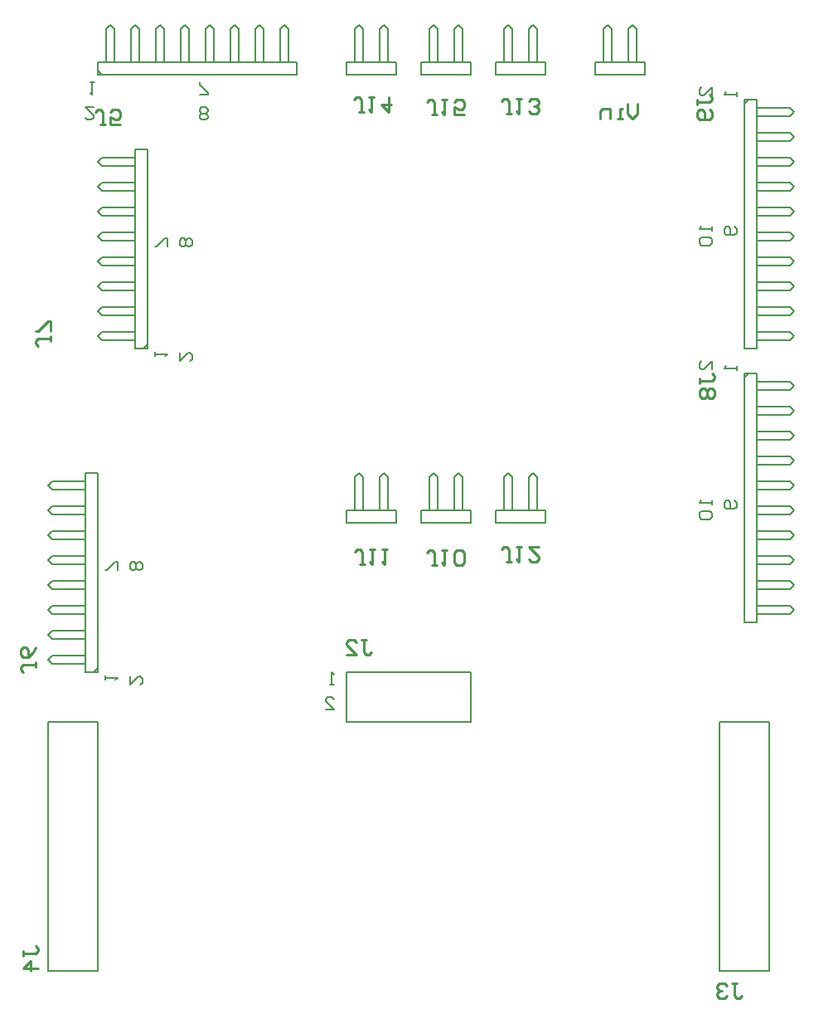
<source format=gbo>
G04 Layer_Color=32896*
%FSLAX44Y44*%
%MOMM*%
G71*
G01*
G75*
%ADD14C,0.2540*%
%ADD24C,0.2000*%
%ADD38C,0.2032*%
D14*
X1262385Y1221743D02*
Y1226822D01*
Y1224283D01*
X1275081D01*
X1277620Y1226822D01*
Y1229361D01*
X1275081Y1231900D01*
X1264924Y1216665D02*
X1262385Y1214126D01*
Y1209047D01*
X1264924Y1206508D01*
X1267463D01*
X1270003Y1209047D01*
X1272542Y1206508D01*
X1275081D01*
X1277620Y1209047D01*
Y1214126D01*
X1275081Y1216665D01*
X1272542D01*
X1270003Y1214126D01*
X1267463Y1216665D01*
X1264924D01*
X1270003Y1214126D02*
Y1209047D01*
X994407Y1036325D02*
X989328D01*
X991868D01*
Y1049021D01*
X989328Y1051560D01*
X986789D01*
X984250Y1049021D01*
X999485Y1051560D02*
X1004563D01*
X1002024D01*
Y1036325D01*
X999485Y1038864D01*
X1012181D02*
X1014720Y1036325D01*
X1019799D01*
X1022338Y1038864D01*
Y1049021D01*
X1019799Y1051560D01*
X1014720D01*
X1012181Y1049021D01*
Y1038864D01*
X920747Y1037595D02*
X915668D01*
X918207D01*
Y1050291D01*
X915668Y1052830D01*
X913129D01*
X910590Y1050291D01*
X925825Y1052830D02*
X930903D01*
X928364D01*
Y1037595D01*
X925825Y1040134D01*
X938521Y1052830D02*
X943599D01*
X941060D01*
Y1037595D01*
X938521Y1040134D01*
X1070607Y1040135D02*
X1065528D01*
X1068067D01*
Y1052831D01*
X1065528Y1055370D01*
X1062989D01*
X1060450Y1052831D01*
X1075685Y1055370D02*
X1080763D01*
X1078224D01*
Y1040135D01*
X1075685Y1042674D01*
X1098538Y1055370D02*
X1088381D01*
X1098538Y1045213D01*
Y1042674D01*
X1095999Y1040135D01*
X1090920D01*
X1088381Y1042674D01*
X1259845Y1506223D02*
Y1511302D01*
Y1508763D01*
X1272541D01*
X1275080Y1511302D01*
Y1513841D01*
X1272541Y1516380D01*
Y1501145D02*
X1275080Y1498606D01*
Y1493527D01*
X1272541Y1490988D01*
X1262384D01*
X1259845Y1493527D01*
Y1498606D01*
X1262384Y1501145D01*
X1264923D01*
X1267462Y1498606D01*
Y1490988D01*
X1070607Y1497335D02*
X1065528D01*
X1068067D01*
Y1510031D01*
X1065528Y1512570D01*
X1062989D01*
X1060450Y1510031D01*
X1075685Y1512570D02*
X1080763D01*
X1078224D01*
Y1497335D01*
X1075685Y1499874D01*
X1088381D02*
X1090920Y1497335D01*
X1095999D01*
X1098538Y1499874D01*
Y1502413D01*
X1095999Y1504953D01*
X1093459D01*
X1095999D01*
X1098538Y1507492D01*
Y1510031D01*
X1095999Y1512570D01*
X1090920D01*
X1088381Y1510031D01*
X919477Y1498605D02*
X914398D01*
X916937D01*
Y1511301D01*
X914398Y1513840D01*
X911859D01*
X909320Y1511301D01*
X924555Y1513840D02*
X929633D01*
X927094D01*
Y1498605D01*
X924555Y1501144D01*
X944868Y1513840D02*
Y1498605D01*
X937251Y1506223D01*
X947408D01*
X994407Y1496065D02*
X989328D01*
X991868D01*
Y1508761D01*
X989328Y1511300D01*
X986789D01*
X984250Y1508761D01*
X999485Y1511300D02*
X1004563D01*
X1002024D01*
Y1496065D01*
X999485Y1498604D01*
X1022338Y1496065D02*
X1012181D01*
Y1503683D01*
X1017259Y1501143D01*
X1019799D01*
X1022338Y1503683D01*
Y1508761D01*
X1019799Y1511300D01*
X1014720D01*
X1012181Y1508761D01*
X916943Y960115D02*
X922022D01*
X919482D01*
Y947419D01*
X922022Y944880D01*
X924561D01*
X927100Y947419D01*
X901708Y944880D02*
X911865D01*
X901708Y955037D01*
Y957576D01*
X904247Y960115D01*
X909326D01*
X911865Y957576D01*
X584195Y937257D02*
Y932178D01*
Y934717D01*
X571499D01*
X568960Y932178D01*
Y929639D01*
X571499Y927100D01*
X584195Y952492D02*
X581656Y947413D01*
X576577Y942335D01*
X571499D01*
X568960Y944874D01*
Y949953D01*
X571499Y952492D01*
X574038D01*
X576577Y949953D01*
Y942335D01*
X599435Y1269997D02*
Y1264918D01*
Y1267458D01*
X586739D01*
X584200Y1264918D01*
Y1262379D01*
X586739Y1259840D01*
X599435Y1275075D02*
Y1285232D01*
X596896D01*
X586739Y1275075D01*
X584200D01*
X1295403Y609595D02*
X1300482D01*
X1297943D01*
Y596899D01*
X1300482Y594360D01*
X1303021D01*
X1305560Y596899D01*
X1290325Y607056D02*
X1287786Y609595D01*
X1282707D01*
X1280168Y607056D01*
Y604517D01*
X1282707Y601978D01*
X1285247D01*
X1282707D01*
X1280168Y599438D01*
Y596899D01*
X1282707Y594360D01*
X1287786D01*
X1290325Y596899D01*
X655317Y1485905D02*
X650238D01*
X652777D01*
Y1498601D01*
X650238Y1501140D01*
X647699D01*
X645160Y1498601D01*
X670552Y1485905D02*
X660395D01*
Y1493522D01*
X665473Y1490983D01*
X668013D01*
X670552Y1493522D01*
Y1498601D01*
X668013Y1501140D01*
X662934D01*
X660395Y1498601D01*
X1198880Y1507485D02*
Y1497328D01*
X1193802Y1492250D01*
X1188723Y1497328D01*
Y1507485D01*
X1183645Y1492250D02*
X1178567D01*
X1181106D01*
Y1502407D01*
X1183645D01*
X1170949Y1492250D02*
Y1502407D01*
X1163332D01*
X1160792Y1499868D01*
Y1492250D01*
X571505Y637543D02*
Y642622D01*
Y640082D01*
X584201D01*
X586740Y642622D01*
Y645161D01*
X584201Y647700D01*
X586740Y624847D02*
X571505D01*
X579123Y632465D01*
Y622308D01*
D24*
X1308100Y1257300D02*
Y1492250D01*
Y1507066D02*
X1312333Y1511300D01*
X1308100Y1492250D02*
Y1511300D01*
X1320800Y1265767D02*
X1354667D01*
X1358900Y1270000D01*
X1354667Y1274233D02*
X1358900Y1270000D01*
X1320800Y1274233D02*
X1354667D01*
X1320800Y1291167D02*
X1354667D01*
X1358900Y1295400D01*
X1354667Y1299633D02*
X1358900Y1295400D01*
X1320800Y1299633D02*
X1354667D01*
X1320800Y1316567D02*
X1354667D01*
X1358900Y1320800D01*
X1354667Y1325033D02*
X1358900Y1320800D01*
X1320800Y1325033D02*
X1354667D01*
X1320800Y1341967D02*
X1354667D01*
X1358900Y1346200D01*
X1354667Y1350433D02*
X1358900Y1346200D01*
X1320800Y1350433D02*
X1354667D01*
X1320800Y1367367D02*
X1354667D01*
X1358900Y1371600D01*
X1354667Y1375833D02*
X1358900Y1371600D01*
X1320800Y1375833D02*
X1354667D01*
X1320800Y1392766D02*
X1354667D01*
X1358900Y1397000D01*
X1354667Y1401233D02*
X1358900Y1397000D01*
X1320800Y1401233D02*
X1354667D01*
X1320800Y1418166D02*
X1354667D01*
X1358900Y1422400D01*
X1354667Y1426633D02*
X1358900Y1422400D01*
X1320800Y1426633D02*
X1354667D01*
X1320800Y1443566D02*
X1354667D01*
X1358900Y1447800D01*
X1354667Y1452033D02*
X1358900Y1447800D01*
X1320800Y1452033D02*
X1354667D01*
X1320800Y1468966D02*
X1354667D01*
X1358900Y1473200D01*
X1354667Y1477433D02*
X1358900Y1473200D01*
X1320800Y1477433D02*
X1354667D01*
X1320800Y1494366D02*
X1354667D01*
X1358900Y1498600D01*
X1354667Y1502833D02*
X1358900Y1498600D01*
X1320800Y1502833D02*
X1354667D01*
X1308100Y1257300D02*
X1320800D01*
Y1511300D01*
X1308100D02*
X1320800D01*
X1308100Y977900D02*
Y1212850D01*
Y1227666D02*
X1312333Y1231900D01*
X1308100Y1212850D02*
Y1231900D01*
X1320800Y986367D02*
X1354667D01*
X1358900Y990600D01*
X1354667Y994833D02*
X1358900Y990600D01*
X1320800Y994833D02*
X1354667D01*
X1320800Y1011767D02*
X1354667D01*
X1358900Y1016000D01*
X1354667Y1020233D02*
X1358900Y1016000D01*
X1320800Y1020233D02*
X1354667D01*
X1320800Y1037167D02*
X1354667D01*
X1358900Y1041400D01*
X1354667Y1045633D02*
X1358900Y1041400D01*
X1320800Y1045633D02*
X1354667D01*
X1320800Y1062567D02*
X1354667D01*
X1358900Y1066800D01*
X1354667Y1071033D02*
X1358900Y1066800D01*
X1320800Y1071033D02*
X1354667D01*
X1320800Y1087967D02*
X1354667D01*
X1358900Y1092200D01*
X1354667Y1096433D02*
X1358900Y1092200D01*
X1320800Y1096433D02*
X1354667D01*
X1320800Y1113366D02*
X1354667D01*
X1358900Y1117600D01*
X1354667Y1121833D02*
X1358900Y1117600D01*
X1320800Y1121833D02*
X1354667D01*
X1320800Y1138766D02*
X1354667D01*
X1358900Y1143000D01*
X1354667Y1147233D02*
X1358900Y1143000D01*
X1320800Y1147233D02*
X1354667D01*
X1320800Y1164166D02*
X1354667D01*
X1358900Y1168400D01*
X1354667Y1172633D02*
X1358900Y1168400D01*
X1320800Y1172633D02*
X1354667D01*
X1320800Y1189566D02*
X1354667D01*
X1358900Y1193800D01*
X1354667Y1198033D02*
X1358900Y1193800D01*
X1320800Y1198033D02*
X1354667D01*
X1320800Y1214966D02*
X1354667D01*
X1358900Y1219200D01*
X1354667Y1223433D02*
X1358900Y1219200D01*
X1320800Y1223433D02*
X1354667D01*
X1308100Y977900D02*
X1320800D01*
Y1231900D01*
X1308100D02*
X1320800D01*
X596900Y876300D02*
X647700D01*
X596900Y622300D02*
Y641350D01*
Y622300D02*
X647700D01*
Y641350D01*
Y876300D01*
X596900Y641350D02*
Y876300D01*
X1282700D02*
X1333500D01*
X1282700Y622300D02*
Y641350D01*
Y622300D02*
X1333500D01*
Y641350D01*
Y876300D01*
X1282700Y641350D02*
Y876300D01*
X647700Y1536700D02*
Y1549400D01*
X850900D01*
Y1536700D02*
Y1549400D01*
X656167D02*
Y1583266D01*
X660400Y1587500D01*
X664633Y1583266D01*
Y1549400D02*
Y1583266D01*
X681567Y1549400D02*
Y1583266D01*
X685800Y1587500D01*
X690033Y1583266D01*
Y1549400D02*
Y1583266D01*
X706967Y1549400D02*
Y1583266D01*
X711200Y1587500D01*
X715433Y1583266D01*
Y1549400D02*
Y1583266D01*
X732367Y1549400D02*
Y1583266D01*
X736600Y1587500D01*
X740833Y1583266D01*
Y1549400D02*
Y1583266D01*
X757766Y1549400D02*
Y1583266D01*
X762000Y1587500D01*
X766233Y1583266D01*
Y1549400D02*
Y1583266D01*
X783166Y1549400D02*
Y1583266D01*
X787400Y1587500D01*
X791633Y1583266D01*
Y1549400D02*
Y1583266D01*
X808566Y1549400D02*
Y1583266D01*
X812800Y1587500D01*
X817033Y1583266D01*
Y1549400D02*
Y1583266D01*
X833966Y1549400D02*
Y1583266D01*
X838200Y1587500D01*
X842433Y1583266D01*
Y1549400D02*
Y1583266D01*
X647700Y1540933D02*
X651933Y1536700D01*
X647700D02*
X850900D01*
X685800Y1257300D02*
X698500D01*
X685800D02*
Y1460500D01*
X698500D01*
X651934Y1265767D02*
X685800D01*
X647700Y1270000D02*
X651934Y1265767D01*
X647700Y1270000D02*
X651934Y1274233D01*
X685800D01*
X651934Y1291167D02*
X685800D01*
X647700Y1295400D02*
X651934Y1291167D01*
X647700Y1295400D02*
X651934Y1299633D01*
X685800D01*
X651934Y1316567D02*
X685800D01*
X647700Y1320800D02*
X651934Y1316567D01*
X647700Y1320800D02*
X651934Y1325033D01*
X685800D01*
X651934Y1341967D02*
X685800D01*
X647700Y1346200D02*
X651934Y1341967D01*
X647700Y1346200D02*
X651934Y1350433D01*
X685800D01*
X651934Y1367366D02*
X685800D01*
X647700Y1371600D02*
X651934Y1367366D01*
X647700Y1371600D02*
X651934Y1375833D01*
X685800D01*
X651934Y1392766D02*
X685800D01*
X647700Y1397000D02*
X651934Y1392766D01*
X647700Y1397000D02*
X651934Y1401233D01*
X685800D01*
X651934Y1418166D02*
X685800D01*
X647700Y1422400D02*
X651934Y1418166D01*
X647700Y1422400D02*
X651934Y1426633D01*
X685800D01*
X651934Y1443566D02*
X685800D01*
X647700Y1447800D02*
X651934Y1443566D01*
X647700Y1447800D02*
X651934Y1452033D01*
X685800D01*
X694267Y1257300D02*
X698500Y1261533D01*
Y1257300D02*
Y1460500D01*
X635000Y927100D02*
X647700D01*
X635000D02*
Y1130300D01*
X647700D01*
X601134Y935567D02*
X635000D01*
X596900Y939800D02*
X601134Y935567D01*
X596900Y939800D02*
X601134Y944033D01*
X635000D01*
X601134Y960967D02*
X635000D01*
X596900Y965200D02*
X601134Y960967D01*
X596900Y965200D02*
X601134Y969433D01*
X635000D01*
X601134Y986367D02*
X635000D01*
X596900Y990600D02*
X601134Y986367D01*
X596900Y990600D02*
X601134Y994833D01*
X635000D01*
X601134Y1011767D02*
X635000D01*
X596900Y1016000D02*
X601134Y1011767D01*
X596900Y1016000D02*
X601134Y1020233D01*
X635000D01*
X601134Y1037166D02*
X635000D01*
X596900Y1041400D02*
X601134Y1037166D01*
X596900Y1041400D02*
X601134Y1045633D01*
X635000D01*
X601134Y1062566D02*
X635000D01*
X596900Y1066800D02*
X601134Y1062566D01*
X596900Y1066800D02*
X601134Y1071033D01*
X635000D01*
X601134Y1087966D02*
X635000D01*
X596900Y1092200D02*
X601134Y1087966D01*
X596900Y1092200D02*
X601134Y1096433D01*
X635000D01*
X601134Y1113366D02*
X635000D01*
X596900Y1117600D02*
X601134Y1113366D01*
X596900Y1117600D02*
X601134Y1121833D01*
X635000D01*
X643467Y927100D02*
X647700Y931333D01*
Y927100D02*
Y1130300D01*
X1155700Y1549400D02*
X1206500D01*
Y1536700D02*
Y1549400D01*
X1155700Y1536700D02*
Y1549400D01*
Y1536700D02*
X1206500D01*
X1164167Y1549400D02*
Y1583266D01*
X1168400Y1587500D01*
X1172634Y1583266D01*
X1172633Y1549400D02*
Y1583266D01*
X1189567Y1549400D02*
Y1583266D01*
X1193800Y1587500D01*
X1198033Y1583266D01*
Y1549400D02*
Y1583266D01*
X977900Y1549400D02*
X1028700D01*
Y1536700D02*
Y1549400D01*
X977900Y1536700D02*
Y1549400D01*
Y1536700D02*
X1028700D01*
X986367Y1549400D02*
Y1583266D01*
X990600Y1587500D01*
X994834Y1583266D01*
X994833Y1549400D02*
Y1583266D01*
X1011767Y1549400D02*
Y1583266D01*
X1016000Y1587500D01*
X1020233Y1583266D01*
Y1549400D02*
Y1583266D01*
X901700Y1549400D02*
X952500D01*
Y1536700D02*
Y1549400D01*
X901700Y1536700D02*
Y1549400D01*
Y1536700D02*
X952500D01*
X910167Y1549400D02*
Y1583266D01*
X914400Y1587500D01*
X918634Y1583266D01*
X918633Y1549400D02*
Y1583266D01*
X935567Y1549400D02*
Y1583266D01*
X939800Y1587500D01*
X944033Y1583266D01*
Y1549400D02*
Y1583266D01*
X1054100Y1549400D02*
X1104900D01*
Y1536700D02*
Y1549400D01*
X1054100Y1536700D02*
Y1549400D01*
Y1536700D02*
X1104900D01*
X1062567Y1549400D02*
Y1583266D01*
X1066800Y1587500D01*
X1071034Y1583266D01*
X1071033Y1549400D02*
Y1583266D01*
X1087967Y1549400D02*
Y1583266D01*
X1092200Y1587500D01*
X1096433Y1583266D01*
Y1549400D02*
Y1583266D01*
X1054100Y1092200D02*
X1104900D01*
Y1079500D02*
Y1092200D01*
X1054100Y1079500D02*
Y1092200D01*
Y1079500D02*
X1104900D01*
X1062567Y1092200D02*
Y1126066D01*
X1066800Y1130300D01*
X1071034Y1126066D01*
X1071033Y1092200D02*
Y1126066D01*
X1087967Y1092200D02*
Y1126066D01*
X1092200Y1130300D01*
X1096433Y1126066D01*
Y1092200D02*
Y1126066D01*
X901700Y1092200D02*
X952500D01*
Y1079500D02*
Y1092200D01*
X901700Y1079500D02*
Y1092200D01*
Y1079500D02*
X952500D01*
X910167Y1092200D02*
Y1126066D01*
X914400Y1130300D01*
X918634Y1126066D01*
X918633Y1092200D02*
Y1126066D01*
X935567Y1092200D02*
Y1126066D01*
X939800Y1130300D01*
X944033Y1126066D01*
Y1092200D02*
Y1126066D01*
X977900Y1092200D02*
X1028700D01*
Y1079500D02*
Y1092200D01*
X977900Y1079500D02*
Y1092200D01*
Y1079500D02*
X1028700D01*
X986367Y1092200D02*
Y1126066D01*
X990600Y1130300D01*
X994834Y1126066D01*
X994833Y1092200D02*
Y1126066D01*
X1011767Y1092200D02*
Y1126066D01*
X1016000Y1130300D01*
X1020233Y1126066D01*
Y1092200D02*
Y1126066D01*
X901700Y927100D02*
X1028700D01*
X901700Y876300D02*
X1028700D01*
X901700D02*
Y927100D01*
X1028700Y876300D02*
Y927100D01*
D38*
X1275080Y1515536D02*
Y1524000D01*
X1266616Y1515536D01*
X1264500D01*
X1262384Y1517652D01*
Y1521884D01*
X1264500Y1524000D01*
X1300480Y1518920D02*
Y1514688D01*
Y1516804D01*
X1287784D01*
X1289900Y1518920D01*
X1298364Y1381760D02*
X1300480Y1379644D01*
Y1375412D01*
X1298364Y1373296D01*
X1289900D01*
X1287784Y1375412D01*
Y1379644D01*
X1289900Y1381760D01*
X1292016D01*
X1294132Y1379644D01*
Y1373296D01*
X1275080Y1381760D02*
Y1377528D01*
Y1379644D01*
X1262384D01*
X1264500Y1381760D01*
Y1371180D02*
X1262384Y1369064D01*
Y1364832D01*
X1264500Y1362716D01*
X1272964D01*
X1275080Y1364832D01*
Y1369064D01*
X1272964Y1371180D01*
X1264500D01*
X1275080Y1236136D02*
Y1244600D01*
X1266616Y1236136D01*
X1264500D01*
X1262384Y1238252D01*
Y1242484D01*
X1264500Y1244600D01*
X1300480Y1239520D02*
Y1235288D01*
Y1237404D01*
X1287784D01*
X1289900Y1239520D01*
X1298364Y1102360D02*
X1300480Y1100244D01*
Y1096012D01*
X1298364Y1093896D01*
X1289900D01*
X1287784Y1096012D01*
Y1100244D01*
X1289900Y1102360D01*
X1292016D01*
X1294132Y1100244D01*
Y1093896D01*
X1275080Y1102360D02*
Y1098128D01*
Y1100244D01*
X1262384D01*
X1264500Y1102360D01*
Y1091780D02*
X1262384Y1089664D01*
Y1085432D01*
X1264500Y1083316D01*
X1272964D01*
X1275080Y1085432D01*
Y1089664D01*
X1272964Y1091780D01*
X1264500D01*
X751840Y1493100D02*
X753956Y1490984D01*
X758188D01*
X760304Y1493100D01*
Y1495216D01*
X758188Y1497332D01*
X760304Y1499448D01*
Y1501564D01*
X758188Y1503680D01*
X753956D01*
X751840Y1501564D01*
Y1499448D01*
X753956Y1497332D01*
X751840Y1495216D01*
Y1493100D01*
X753956Y1497332D02*
X758188D01*
X751840Y1516384D02*
X760304D01*
Y1518500D01*
X751840Y1526964D01*
Y1529080D01*
X640080D02*
X644312D01*
X642196D01*
Y1516384D01*
X640080Y1518500D01*
X643464Y1503680D02*
X635000D01*
X643464Y1495216D01*
Y1493100D01*
X641348Y1490984D01*
X637116D01*
X635000Y1493100D01*
X742100Y1361440D02*
X744216Y1363556D01*
Y1367788D01*
X742100Y1369904D01*
X739984D01*
X737868Y1367788D01*
X735752Y1369904D01*
X733636D01*
X731520Y1367788D01*
Y1363556D01*
X733636Y1361440D01*
X735752D01*
X737868Y1363556D01*
X739984Y1361440D01*
X742100D01*
X737868Y1363556D02*
Y1367788D01*
X718816Y1361440D02*
Y1369904D01*
X716700D01*
X708236Y1361440D01*
X706120D01*
Y1249680D02*
Y1253912D01*
Y1251796D01*
X718816D01*
X716700Y1249680D01*
X731520Y1253064D02*
Y1244600D01*
X739984Y1253064D01*
X742100D01*
X744216Y1250948D01*
Y1246716D01*
X742100Y1244600D01*
X691300Y1031240D02*
X693416Y1033356D01*
Y1037588D01*
X691300Y1039704D01*
X689184D01*
X687068Y1037588D01*
X684952Y1039704D01*
X682836D01*
X680720Y1037588D01*
Y1033356D01*
X682836Y1031240D01*
X684952D01*
X687068Y1033356D01*
X689184Y1031240D01*
X691300D01*
X687068Y1033356D02*
Y1037588D01*
X668016Y1031240D02*
Y1039704D01*
X665900D01*
X657436Y1031240D01*
X655320D01*
Y919480D02*
Y923712D01*
Y921596D01*
X668016D01*
X665900Y919480D01*
X680720Y922864D02*
Y914400D01*
X689184Y922864D01*
X691300D01*
X693416Y920748D01*
Y916516D01*
X691300Y914400D01*
X880536Y889000D02*
X889000D01*
X880536Y897464D01*
Y899580D01*
X882652Y901696D01*
X886884D01*
X889000Y899580D01*
Y914400D02*
X884768D01*
X886884D01*
Y927096D01*
X889000Y924980D01*
M02*

</source>
